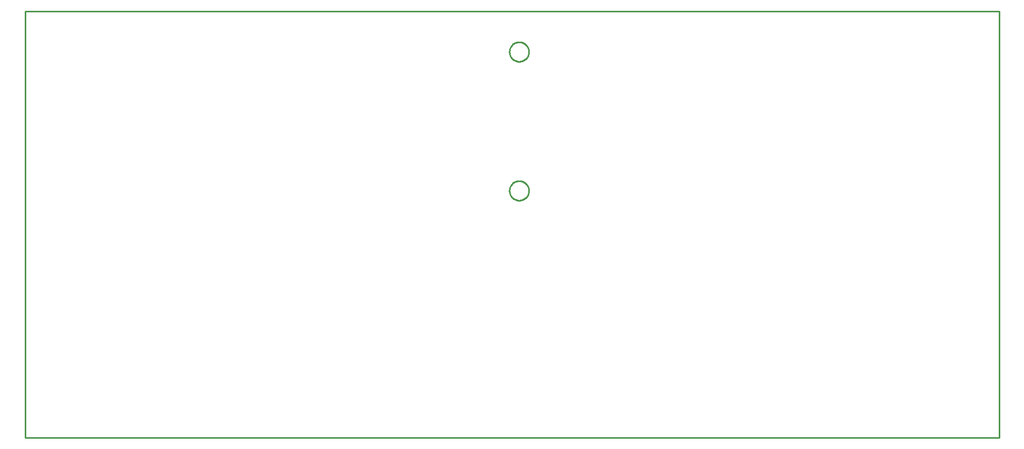
<source format=gbr>
G04 EAGLE Gerber RS-274X export*
G75*
%MOMM*%
%FSLAX34Y34*%
%LPD*%
%IN*%
%IPPOS*%
%AMOC8*
5,1,8,0,0,1.08239X$1,22.5*%
G01*
%ADD10C,0.254000*%


D10*
X0Y298450D02*
X1600000Y298450D01*
X1600000Y1000000D01*
X0Y1000000D01*
X0Y298450D01*
X811006Y917450D02*
X809961Y917519D01*
X808922Y917655D01*
X807895Y917860D01*
X806883Y918131D01*
X805891Y918467D01*
X804923Y918868D01*
X803984Y919332D01*
X803076Y919856D01*
X802205Y920438D01*
X801374Y921075D01*
X800587Y921766D01*
X799846Y922507D01*
X799155Y923294D01*
X798518Y924125D01*
X797936Y924996D01*
X797412Y925904D01*
X796948Y926843D01*
X796547Y927811D01*
X796211Y928803D01*
X795940Y929815D01*
X795735Y930842D01*
X795599Y931881D01*
X795530Y932926D01*
X795530Y933974D01*
X795599Y935019D01*
X795735Y936058D01*
X795940Y937085D01*
X796211Y938097D01*
X796547Y939089D01*
X796948Y940057D01*
X797412Y940996D01*
X797936Y941904D01*
X798518Y942775D01*
X799155Y943606D01*
X799846Y944393D01*
X800587Y945134D01*
X801374Y945825D01*
X802205Y946463D01*
X803076Y947045D01*
X803984Y947568D01*
X804923Y948032D01*
X805891Y948433D01*
X806883Y948769D01*
X807895Y949040D01*
X808922Y949245D01*
X809961Y949382D01*
X811006Y949450D01*
X812054Y949450D01*
X813099Y949382D01*
X814138Y949245D01*
X815165Y949040D01*
X816177Y948769D01*
X817169Y948433D01*
X818137Y948032D01*
X819076Y947568D01*
X819984Y947045D01*
X820855Y946463D01*
X821686Y945825D01*
X822473Y945134D01*
X823214Y944393D01*
X823905Y943606D01*
X824543Y942775D01*
X825125Y941904D01*
X825648Y940996D01*
X826112Y940057D01*
X826513Y939089D01*
X826849Y938097D01*
X827120Y937085D01*
X827325Y936058D01*
X827462Y935019D01*
X827530Y933974D01*
X827530Y932926D01*
X827462Y931881D01*
X827325Y930842D01*
X827120Y929815D01*
X826849Y928803D01*
X826513Y927811D01*
X826112Y926843D01*
X825648Y925904D01*
X825125Y924996D01*
X824543Y924125D01*
X823905Y923294D01*
X823214Y922507D01*
X822473Y921766D01*
X821686Y921075D01*
X820855Y920438D01*
X819984Y919856D01*
X819076Y919332D01*
X818137Y918868D01*
X817169Y918467D01*
X816177Y918131D01*
X815165Y917860D01*
X814138Y917655D01*
X813099Y917519D01*
X812054Y917450D01*
X811006Y917450D01*
X811006Y688850D02*
X809961Y688919D01*
X808922Y689055D01*
X807895Y689260D01*
X806883Y689531D01*
X805891Y689867D01*
X804923Y690268D01*
X803984Y690732D01*
X803076Y691256D01*
X802205Y691838D01*
X801374Y692475D01*
X800587Y693166D01*
X799846Y693907D01*
X799155Y694694D01*
X798518Y695525D01*
X797936Y696396D01*
X797412Y697304D01*
X796948Y698243D01*
X796547Y699211D01*
X796211Y700203D01*
X795940Y701215D01*
X795735Y702242D01*
X795599Y703281D01*
X795530Y704326D01*
X795530Y705374D01*
X795599Y706419D01*
X795735Y707458D01*
X795940Y708485D01*
X796211Y709497D01*
X796547Y710489D01*
X796948Y711457D01*
X797412Y712396D01*
X797936Y713304D01*
X798518Y714175D01*
X799155Y715006D01*
X799846Y715793D01*
X800587Y716534D01*
X801374Y717225D01*
X802205Y717863D01*
X803076Y718445D01*
X803984Y718968D01*
X804923Y719432D01*
X805891Y719833D01*
X806883Y720169D01*
X807895Y720440D01*
X808922Y720645D01*
X809961Y720782D01*
X811006Y720850D01*
X812054Y720850D01*
X813099Y720782D01*
X814138Y720645D01*
X815165Y720440D01*
X816177Y720169D01*
X817169Y719833D01*
X818137Y719432D01*
X819076Y718968D01*
X819984Y718445D01*
X820855Y717863D01*
X821686Y717225D01*
X822473Y716534D01*
X823214Y715793D01*
X823905Y715006D01*
X824543Y714175D01*
X825125Y713304D01*
X825648Y712396D01*
X826112Y711457D01*
X826513Y710489D01*
X826849Y709497D01*
X827120Y708485D01*
X827325Y707458D01*
X827462Y706419D01*
X827530Y705374D01*
X827530Y704326D01*
X827462Y703281D01*
X827325Y702242D01*
X827120Y701215D01*
X826849Y700203D01*
X826513Y699211D01*
X826112Y698243D01*
X825648Y697304D01*
X825125Y696396D01*
X824543Y695525D01*
X823905Y694694D01*
X823214Y693907D01*
X822473Y693166D01*
X821686Y692475D01*
X820855Y691838D01*
X819984Y691256D01*
X819076Y690732D01*
X818137Y690268D01*
X817169Y689867D01*
X816177Y689531D01*
X815165Y689260D01*
X814138Y689055D01*
X813099Y688919D01*
X812054Y688850D01*
X811006Y688850D01*
M02*

</source>
